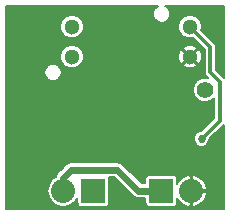
<source format=gbl>
G04 #@! TF.FileFunction,Copper,L2,Bot,Signal*
%FSLAX46Y46*%
G04 Gerber Fmt 4.6, Leading zero omitted, Abs format (unit mm)*
G04 Created by KiCad (PCBNEW (2015-01-29 BZR 5396)-product) date 7/23/2015 12:11:23 AM*
%MOMM*%
G01*
G04 APERTURE LIST*
%ADD10C,0.100000*%
%ADD11R,2.032000X2.032000*%
%ADD12O,2.032000X2.032000*%
%ADD13C,1.397000*%
%ADD14C,1.300000*%
%ADD15C,0.685800*%
%ADD16C,0.609600*%
%ADD17C,0.304800*%
%ADD18C,0.152400*%
G04 APERTURE END LIST*
D10*
D11*
X179770000Y-121590000D03*
D12*
X182310000Y-121590000D03*
D13*
X183450000Y-113050000D03*
D11*
X174010000Y-121590000D03*
D12*
X171470000Y-121590000D03*
D14*
X182200000Y-110240000D03*
X182200000Y-107700000D03*
X172200000Y-110240000D03*
X172200000Y-107700000D03*
D15*
X179590000Y-112170000D03*
X168970000Y-109580000D03*
X183170000Y-117180000D03*
D16*
X171470000Y-121590000D02*
X171470000Y-120470000D01*
X177830000Y-121590000D02*
X179770000Y-121590000D01*
X176020000Y-119780000D02*
X177830000Y-121590000D01*
X172160000Y-119780000D02*
X176020000Y-119780000D01*
X171470000Y-120470000D02*
X172160000Y-119780000D01*
D17*
X182200000Y-107700000D02*
X183920000Y-109420000D01*
X184710000Y-115640000D02*
X183170000Y-117180000D01*
X184710000Y-112350000D02*
X184710000Y-115640000D01*
X183920000Y-111560000D02*
X184710000Y-112350000D01*
X183920000Y-109420000D02*
X183920000Y-111560000D01*
X182200000Y-107700000D02*
X181870000Y-107700000D01*
D18*
G36*
X185059800Y-123119800D02*
X183630736Y-123119800D01*
X183630736Y-121850617D01*
X183630736Y-121329383D01*
X183430467Y-120843798D01*
X183059617Y-120471815D01*
X182574645Y-120270066D01*
X182570617Y-120269268D01*
X182360800Y-120327372D01*
X182360800Y-121539200D01*
X183572695Y-121539200D01*
X183630736Y-121329383D01*
X183630736Y-121850617D01*
X183572695Y-121640800D01*
X182360800Y-121640800D01*
X182360800Y-122852628D01*
X182570617Y-122910732D01*
X182574645Y-122909934D01*
X183059617Y-122708185D01*
X183430467Y-122336202D01*
X183630736Y-121850617D01*
X183630736Y-123119800D01*
X182259200Y-123119800D01*
X182259200Y-122852628D01*
X182259200Y-121640800D01*
X182239200Y-121640800D01*
X182239200Y-121539200D01*
X182259200Y-121539200D01*
X182259200Y-120327372D01*
X182049383Y-120269268D01*
X182045355Y-120270066D01*
X181560383Y-120471815D01*
X181189533Y-120843798D01*
X181122669Y-121005920D01*
X181122669Y-120574000D01*
X181098241Y-120448096D01*
X181025550Y-120337438D01*
X180915813Y-120263364D01*
X180786000Y-120237331D01*
X178754000Y-120237331D01*
X178628096Y-120261759D01*
X178517438Y-120334450D01*
X178443364Y-120444187D01*
X178417331Y-120574000D01*
X178417331Y-120955000D01*
X178093025Y-120955000D01*
X176469013Y-119330987D01*
X176263004Y-119193336D01*
X176020000Y-119145000D01*
X173180370Y-119145000D01*
X173180370Y-110045882D01*
X173180370Y-107505882D01*
X173031457Y-107145487D01*
X172755964Y-106869512D01*
X172395829Y-106719971D01*
X172005882Y-106719630D01*
X171645487Y-106868543D01*
X171369512Y-107144036D01*
X171219971Y-107504171D01*
X171219630Y-107894118D01*
X171368543Y-108254513D01*
X171644036Y-108530488D01*
X172004171Y-108680029D01*
X172394118Y-108680370D01*
X172754513Y-108531457D01*
X173030488Y-108255964D01*
X173180029Y-107895829D01*
X173180370Y-107505882D01*
X173180370Y-110045882D01*
X173031457Y-109685487D01*
X172755964Y-109409512D01*
X172395829Y-109259971D01*
X172005882Y-109259630D01*
X171645487Y-109408543D01*
X171369512Y-109684036D01*
X171219971Y-110044171D01*
X171219630Y-110434118D01*
X171368543Y-110794513D01*
X171644036Y-111070488D01*
X172004171Y-111220029D01*
X172394118Y-111220370D01*
X172754513Y-111071457D01*
X173030488Y-110795964D01*
X173180029Y-110435829D01*
X173180370Y-110045882D01*
X173180370Y-119145000D01*
X172160000Y-119145000D01*
X171916995Y-119193336D01*
X171710987Y-119330987D01*
X171330326Y-119711648D01*
X171330326Y-111425392D01*
X171219394Y-111156916D01*
X171014165Y-110951328D01*
X170745883Y-110839927D01*
X170455392Y-110839674D01*
X170186916Y-110950606D01*
X169981328Y-111155835D01*
X169869927Y-111424117D01*
X169869674Y-111714608D01*
X169980606Y-111983084D01*
X170185835Y-112188672D01*
X170454117Y-112300073D01*
X170744608Y-112300326D01*
X171013084Y-112189394D01*
X171218672Y-111984165D01*
X171330073Y-111715883D01*
X171330326Y-111425392D01*
X171330326Y-119711648D01*
X171020987Y-120020987D01*
X170883336Y-120226996D01*
X170851065Y-120389233D01*
X170518093Y-120611719D01*
X170226273Y-121048458D01*
X170123800Y-121563626D01*
X170123800Y-121616374D01*
X170226273Y-122131542D01*
X170518093Y-122568281D01*
X170954832Y-122860101D01*
X171470000Y-122962574D01*
X171985168Y-122860101D01*
X172421907Y-122568281D01*
X172657331Y-122215944D01*
X172657331Y-122606000D01*
X172681759Y-122731904D01*
X172754450Y-122842562D01*
X172864187Y-122916636D01*
X172994000Y-122942669D01*
X175026000Y-122942669D01*
X175151904Y-122918241D01*
X175262562Y-122845550D01*
X175336636Y-122735813D01*
X175362669Y-122606000D01*
X175362669Y-120574000D01*
X175338241Y-120448096D01*
X175316500Y-120415000D01*
X175756974Y-120415000D01*
X177380984Y-122039009D01*
X177380987Y-122039013D01*
X177380988Y-122039013D01*
X177586996Y-122176664D01*
X177830000Y-122225001D01*
X177830000Y-122225000D01*
X177830005Y-122225000D01*
X178417331Y-122225000D01*
X178417331Y-122606000D01*
X178441759Y-122731904D01*
X178514450Y-122842562D01*
X178624187Y-122916636D01*
X178754000Y-122942669D01*
X180786000Y-122942669D01*
X180911904Y-122918241D01*
X181022562Y-122845550D01*
X181096636Y-122735813D01*
X181122669Y-122606000D01*
X181122669Y-122174079D01*
X181189533Y-122336202D01*
X181560383Y-122708185D01*
X182045355Y-122909934D01*
X182049383Y-122910732D01*
X182259200Y-122852628D01*
X182259200Y-123119800D01*
X166650200Y-123119800D01*
X166650200Y-105960200D01*
X179484706Y-105960200D01*
X179386916Y-106000606D01*
X179181328Y-106205835D01*
X179069927Y-106474117D01*
X179069674Y-106764608D01*
X179180606Y-107033084D01*
X179385835Y-107238672D01*
X179654117Y-107350073D01*
X179944608Y-107350326D01*
X180213084Y-107239394D01*
X180418672Y-107034165D01*
X180530073Y-106765883D01*
X180530326Y-106475392D01*
X180419394Y-106206916D01*
X180214165Y-106001328D01*
X180115118Y-105960200D01*
X185059800Y-105960200D01*
X185059800Y-112021546D01*
X185051250Y-112008750D01*
X184402600Y-111360100D01*
X184402600Y-109420000D01*
X184365864Y-109235317D01*
X184261250Y-109078750D01*
X183150189Y-107967689D01*
X183180029Y-107895829D01*
X183180370Y-107505882D01*
X183031457Y-107145487D01*
X182755964Y-106869512D01*
X182395829Y-106719971D01*
X182005882Y-106719630D01*
X181645487Y-106868543D01*
X181369512Y-107144036D01*
X181219971Y-107504171D01*
X181219630Y-107894118D01*
X181368543Y-108254513D01*
X181644036Y-108530488D01*
X182004171Y-108680029D01*
X182394118Y-108680370D01*
X182467534Y-108650034D01*
X183437400Y-109619900D01*
X183437400Y-111560000D01*
X183474136Y-111744683D01*
X183578750Y-111901250D01*
X183729839Y-112052339D01*
X183655519Y-112021479D01*
X183246277Y-112021122D01*
X183182393Y-112047518D01*
X183182393Y-110423608D01*
X183177876Y-110033686D01*
X183037349Y-109694423D01*
X182883238Y-109628604D01*
X182811396Y-109700446D01*
X182811396Y-109556762D01*
X182745577Y-109402651D01*
X182383608Y-109257607D01*
X181993686Y-109262124D01*
X181654423Y-109402651D01*
X181588604Y-109556762D01*
X182200000Y-110168158D01*
X182811396Y-109556762D01*
X182811396Y-109700446D01*
X182271842Y-110240000D01*
X182883238Y-110851396D01*
X183037349Y-110785577D01*
X183182393Y-110423608D01*
X183182393Y-112047518D01*
X182868050Y-112177402D01*
X182811396Y-112233957D01*
X182811396Y-110923238D01*
X182200000Y-110311842D01*
X182128158Y-110383684D01*
X182128158Y-110240000D01*
X181516762Y-109628604D01*
X181362651Y-109694423D01*
X181217607Y-110056392D01*
X181222124Y-110446314D01*
X181362651Y-110785577D01*
X181516762Y-110851396D01*
X182128158Y-110240000D01*
X182128158Y-110383684D01*
X181588604Y-110923238D01*
X181654423Y-111077349D01*
X182016392Y-111222393D01*
X182406314Y-111217876D01*
X182745577Y-111077349D01*
X182811396Y-110923238D01*
X182811396Y-112233957D01*
X182578419Y-112466528D01*
X182421479Y-112844481D01*
X182421122Y-113253723D01*
X182577402Y-113631950D01*
X182866528Y-113921581D01*
X183244481Y-114078521D01*
X183653723Y-114078878D01*
X184031950Y-113922598D01*
X184227400Y-113727488D01*
X184227400Y-115440100D01*
X183160608Y-116506891D01*
X183036699Y-116506783D01*
X182789217Y-116609041D01*
X182599706Y-116798222D01*
X182497017Y-117045525D01*
X182496783Y-117313301D01*
X182599041Y-117560783D01*
X182788222Y-117750294D01*
X183035525Y-117852983D01*
X183303301Y-117853217D01*
X183550783Y-117750959D01*
X183740294Y-117561778D01*
X183842983Y-117314475D01*
X183843092Y-117189407D01*
X185051250Y-115981250D01*
X185059800Y-115968453D01*
X185059800Y-123119800D01*
X185059800Y-123119800D01*
G37*
X185059800Y-123119800D02*
X183630736Y-123119800D01*
X183630736Y-121850617D01*
X183630736Y-121329383D01*
X183430467Y-120843798D01*
X183059617Y-120471815D01*
X182574645Y-120270066D01*
X182570617Y-120269268D01*
X182360800Y-120327372D01*
X182360800Y-121539200D01*
X183572695Y-121539200D01*
X183630736Y-121329383D01*
X183630736Y-121850617D01*
X183572695Y-121640800D01*
X182360800Y-121640800D01*
X182360800Y-122852628D01*
X182570617Y-122910732D01*
X182574645Y-122909934D01*
X183059617Y-122708185D01*
X183430467Y-122336202D01*
X183630736Y-121850617D01*
X183630736Y-123119800D01*
X182259200Y-123119800D01*
X182259200Y-122852628D01*
X182259200Y-121640800D01*
X182239200Y-121640800D01*
X182239200Y-121539200D01*
X182259200Y-121539200D01*
X182259200Y-120327372D01*
X182049383Y-120269268D01*
X182045355Y-120270066D01*
X181560383Y-120471815D01*
X181189533Y-120843798D01*
X181122669Y-121005920D01*
X181122669Y-120574000D01*
X181098241Y-120448096D01*
X181025550Y-120337438D01*
X180915813Y-120263364D01*
X180786000Y-120237331D01*
X178754000Y-120237331D01*
X178628096Y-120261759D01*
X178517438Y-120334450D01*
X178443364Y-120444187D01*
X178417331Y-120574000D01*
X178417331Y-120955000D01*
X178093025Y-120955000D01*
X176469013Y-119330987D01*
X176263004Y-119193336D01*
X176020000Y-119145000D01*
X173180370Y-119145000D01*
X173180370Y-110045882D01*
X173180370Y-107505882D01*
X173031457Y-107145487D01*
X172755964Y-106869512D01*
X172395829Y-106719971D01*
X172005882Y-106719630D01*
X171645487Y-106868543D01*
X171369512Y-107144036D01*
X171219971Y-107504171D01*
X171219630Y-107894118D01*
X171368543Y-108254513D01*
X171644036Y-108530488D01*
X172004171Y-108680029D01*
X172394118Y-108680370D01*
X172754513Y-108531457D01*
X173030488Y-108255964D01*
X173180029Y-107895829D01*
X173180370Y-107505882D01*
X173180370Y-110045882D01*
X173031457Y-109685487D01*
X172755964Y-109409512D01*
X172395829Y-109259971D01*
X172005882Y-109259630D01*
X171645487Y-109408543D01*
X171369512Y-109684036D01*
X171219971Y-110044171D01*
X171219630Y-110434118D01*
X171368543Y-110794513D01*
X171644036Y-111070488D01*
X172004171Y-111220029D01*
X172394118Y-111220370D01*
X172754513Y-111071457D01*
X173030488Y-110795964D01*
X173180029Y-110435829D01*
X173180370Y-110045882D01*
X173180370Y-119145000D01*
X172160000Y-119145000D01*
X171916995Y-119193336D01*
X171710987Y-119330987D01*
X171330326Y-119711648D01*
X171330326Y-111425392D01*
X171219394Y-111156916D01*
X171014165Y-110951328D01*
X170745883Y-110839927D01*
X170455392Y-110839674D01*
X170186916Y-110950606D01*
X169981328Y-111155835D01*
X169869927Y-111424117D01*
X169869674Y-111714608D01*
X169980606Y-111983084D01*
X170185835Y-112188672D01*
X170454117Y-112300073D01*
X170744608Y-112300326D01*
X171013084Y-112189394D01*
X171218672Y-111984165D01*
X171330073Y-111715883D01*
X171330326Y-111425392D01*
X171330326Y-119711648D01*
X171020987Y-120020987D01*
X170883336Y-120226996D01*
X170851065Y-120389233D01*
X170518093Y-120611719D01*
X170226273Y-121048458D01*
X170123800Y-121563626D01*
X170123800Y-121616374D01*
X170226273Y-122131542D01*
X170518093Y-122568281D01*
X170954832Y-122860101D01*
X171470000Y-122962574D01*
X171985168Y-122860101D01*
X172421907Y-122568281D01*
X172657331Y-122215944D01*
X172657331Y-122606000D01*
X172681759Y-122731904D01*
X172754450Y-122842562D01*
X172864187Y-122916636D01*
X172994000Y-122942669D01*
X175026000Y-122942669D01*
X175151904Y-122918241D01*
X175262562Y-122845550D01*
X175336636Y-122735813D01*
X175362669Y-122606000D01*
X175362669Y-120574000D01*
X175338241Y-120448096D01*
X175316500Y-120415000D01*
X175756974Y-120415000D01*
X177380984Y-122039009D01*
X177380987Y-122039013D01*
X177380988Y-122039013D01*
X177586996Y-122176664D01*
X177830000Y-122225001D01*
X177830000Y-122225000D01*
X177830005Y-122225000D01*
X178417331Y-122225000D01*
X178417331Y-122606000D01*
X178441759Y-122731904D01*
X178514450Y-122842562D01*
X178624187Y-122916636D01*
X178754000Y-122942669D01*
X180786000Y-122942669D01*
X180911904Y-122918241D01*
X181022562Y-122845550D01*
X181096636Y-122735813D01*
X181122669Y-122606000D01*
X181122669Y-122174079D01*
X181189533Y-122336202D01*
X181560383Y-122708185D01*
X182045355Y-122909934D01*
X182049383Y-122910732D01*
X182259200Y-122852628D01*
X182259200Y-123119800D01*
X166650200Y-123119800D01*
X166650200Y-105960200D01*
X179484706Y-105960200D01*
X179386916Y-106000606D01*
X179181328Y-106205835D01*
X179069927Y-106474117D01*
X179069674Y-106764608D01*
X179180606Y-107033084D01*
X179385835Y-107238672D01*
X179654117Y-107350073D01*
X179944608Y-107350326D01*
X180213084Y-107239394D01*
X180418672Y-107034165D01*
X180530073Y-106765883D01*
X180530326Y-106475392D01*
X180419394Y-106206916D01*
X180214165Y-106001328D01*
X180115118Y-105960200D01*
X185059800Y-105960200D01*
X185059800Y-112021546D01*
X185051250Y-112008750D01*
X184402600Y-111360100D01*
X184402600Y-109420000D01*
X184365864Y-109235317D01*
X184261250Y-109078750D01*
X183150189Y-107967689D01*
X183180029Y-107895829D01*
X183180370Y-107505882D01*
X183031457Y-107145487D01*
X182755964Y-106869512D01*
X182395829Y-106719971D01*
X182005882Y-106719630D01*
X181645487Y-106868543D01*
X181369512Y-107144036D01*
X181219971Y-107504171D01*
X181219630Y-107894118D01*
X181368543Y-108254513D01*
X181644036Y-108530488D01*
X182004171Y-108680029D01*
X182394118Y-108680370D01*
X182467534Y-108650034D01*
X183437400Y-109619900D01*
X183437400Y-111560000D01*
X183474136Y-111744683D01*
X183578750Y-111901250D01*
X183729839Y-112052339D01*
X183655519Y-112021479D01*
X183246277Y-112021122D01*
X183182393Y-112047518D01*
X183182393Y-110423608D01*
X183177876Y-110033686D01*
X183037349Y-109694423D01*
X182883238Y-109628604D01*
X182811396Y-109700446D01*
X182811396Y-109556762D01*
X182745577Y-109402651D01*
X182383608Y-109257607D01*
X181993686Y-109262124D01*
X181654423Y-109402651D01*
X181588604Y-109556762D01*
X182200000Y-110168158D01*
X182811396Y-109556762D01*
X182811396Y-109700446D01*
X182271842Y-110240000D01*
X182883238Y-110851396D01*
X183037349Y-110785577D01*
X183182393Y-110423608D01*
X183182393Y-112047518D01*
X182868050Y-112177402D01*
X182811396Y-112233957D01*
X182811396Y-110923238D01*
X182200000Y-110311842D01*
X182128158Y-110383684D01*
X182128158Y-110240000D01*
X181516762Y-109628604D01*
X181362651Y-109694423D01*
X181217607Y-110056392D01*
X181222124Y-110446314D01*
X181362651Y-110785577D01*
X181516762Y-110851396D01*
X182128158Y-110240000D01*
X182128158Y-110383684D01*
X181588604Y-110923238D01*
X181654423Y-111077349D01*
X182016392Y-111222393D01*
X182406314Y-111217876D01*
X182745577Y-111077349D01*
X182811396Y-110923238D01*
X182811396Y-112233957D01*
X182578419Y-112466528D01*
X182421479Y-112844481D01*
X182421122Y-113253723D01*
X182577402Y-113631950D01*
X182866528Y-113921581D01*
X183244481Y-114078521D01*
X183653723Y-114078878D01*
X184031950Y-113922598D01*
X184227400Y-113727488D01*
X184227400Y-115440100D01*
X183160608Y-116506891D01*
X183036699Y-116506783D01*
X182789217Y-116609041D01*
X182599706Y-116798222D01*
X182497017Y-117045525D01*
X182496783Y-117313301D01*
X182599041Y-117560783D01*
X182788222Y-117750294D01*
X183035525Y-117852983D01*
X183303301Y-117853217D01*
X183550783Y-117750959D01*
X183740294Y-117561778D01*
X183842983Y-117314475D01*
X183843092Y-117189407D01*
X185051250Y-115981250D01*
X185059800Y-115968453D01*
X185059800Y-123119800D01*
M02*

</source>
